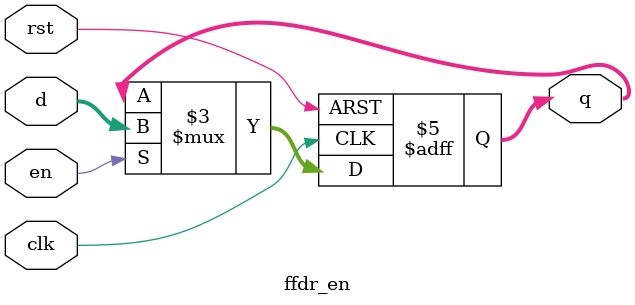
<source format=v>
 module ffdr_en (d, clk, rst, en, q);  
 input[3:0] d;
 input clk, rst, en;
 output reg [3:0] q;

 always @(posedge clk or posedge rst)
  begin
     if (rst == 1) q <= 0;	
	else if(en) q <= d;
  end
 endmodule

</source>
